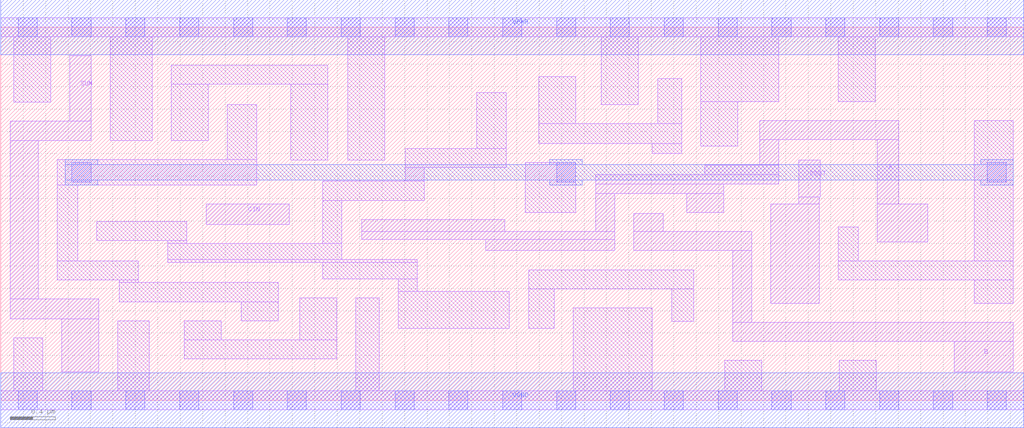
<source format=lef>
# Copyright 2020 The SkyWater PDK Authors
#
# Licensed under the Apache License, Version 2.0 (the "License");
# you may not use this file except in compliance with the License.
# You may obtain a copy of the License at
#
#     https://www.apache.org/licenses/LICENSE-2.0
#
# Unless required by applicable law or agreed to in writing, software
# distributed under the License is distributed on an "AS IS" BASIS,
# WITHOUT WARRANTIES OR CONDITIONS OF ANY KIND, either express or implied.
# See the License for the specific language governing permissions and
# limitations under the License.
#
# SPDX-License-Identifier: Apache-2.0

VERSION 5.7 ;
  NAMESCASESENSITIVE ON ;
  NOWIREEXTENSIONATPIN ON ;
  DIVIDERCHAR "/" ;
  BUSBITCHARS "[]" ;
UNITS
  DATABASE MICRONS 200 ;
END UNITS
MACRO sky130_fd_sc_lp__fa_2
  CLASS CORE ;
  FOREIGN sky130_fd_sc_lp__fa_2 ;
  ORIGIN  0.000000  0.000000 ;
  SIZE  9.120000 BY  3.330000 ;
  SYMMETRY X Y R90 ;
  SITE unit ;
  PIN A
    ANTENNAGATEAREA  0.636000 ;
    DIRECTION INPUT ;
    USE SIGNAL ;
    PORT
      LAYER li1 ;
        RECT 3.220000 1.435000 5.475000 1.505000 ;
        RECT 3.220000 1.505000 4.495000 1.615000 ;
        RECT 4.325000 1.335000 5.475000 1.435000 ;
        RECT 5.305000 1.505000 5.475000 1.845000 ;
        RECT 5.305000 1.845000 6.445000 1.930000 ;
        RECT 5.305000 1.930000 6.935000 2.015000 ;
        RECT 6.115000 1.675000 6.445000 1.845000 ;
        RECT 6.275000 2.015000 6.935000 2.100000 ;
        RECT 6.765000 2.100000 6.935000 2.325000 ;
        RECT 6.765000 2.325000 8.005000 2.495000 ;
        RECT 7.815000 1.415000 8.265000 1.750000 ;
        RECT 7.815000 1.750000 8.005000 2.325000 ;
    END
  END A
  PIN B
    ANTENNAGATEAREA  0.636000 ;
    DIRECTION INPUT ;
    USE SIGNAL ;
    PORT
      LAYER li1 ;
        RECT 5.645000 1.335000 6.695000 1.505000 ;
        RECT 5.645000 1.505000 5.905000 1.665000 ;
        RECT 6.525000 0.525000 9.025000 0.695000 ;
        RECT 6.525000 0.695000 6.695000 1.335000 ;
        RECT 8.500000 0.255000 9.025000 0.525000 ;
    END
  END B
  PIN CIN
    ANTENNAGATEAREA  0.477000 ;
    DIRECTION INPUT ;
    USE SIGNAL ;
    PORT
      LAYER li1 ;
        RECT 1.830000 1.570000 2.570000 1.750000 ;
    END
  END CIN
  PIN COUT
    ANTENNADIFFAREA  0.588000 ;
    DIRECTION OUTPUT ;
    USE SIGNAL ;
    PORT
      LAYER li1 ;
        RECT 6.865000 0.865000 7.295000 1.750000 ;
        RECT 7.115000 1.750000 7.295000 1.815000 ;
        RECT 7.115000 1.815000 7.305000 2.145000 ;
    END
  END COUT
  PIN SUM
    ANTENNADIFFAREA  0.588000 ;
    DIRECTION OUTPUT ;
    USE SIGNAL ;
    PORT
      LAYER li1 ;
        RECT 0.085000 0.725000 0.875000 0.905000 ;
        RECT 0.085000 0.905000 0.335000 2.320000 ;
        RECT 0.085000 2.320000 0.805000 2.490000 ;
        RECT 0.545000 0.255000 0.875000 0.725000 ;
        RECT 0.615000 2.490000 0.805000 3.075000 ;
    END
  END SUM
  PIN VGND
    DIRECTION INOUT ;
    USE GROUND ;
    PORT
      LAYER met1 ;
        RECT 0.000000 -0.245000 9.120000 0.245000 ;
    END
  END VGND
  PIN VPWR
    DIRECTION INOUT ;
    USE POWER ;
    PORT
      LAYER met1 ;
        RECT 0.000000 3.085000 9.120000 3.575000 ;
    END
  END VPWR
  OBS
    LAYER li1 ;
      RECT 0.000000 -0.085000 9.120000 0.085000 ;
      RECT 0.000000  3.245000 9.120000 3.415000 ;
      RECT 0.115000  0.085000 0.375000 0.555000 ;
      RECT 0.115000  2.660000 0.445000 3.245000 ;
      RECT 0.505000  1.075000 1.225000 1.245000 ;
      RECT 0.505000  1.245000 0.685000 1.920000 ;
      RECT 0.505000  1.920000 2.280000 2.150000 ;
      RECT 0.855000  1.425000 1.660000 1.595000 ;
      RECT 0.975000  2.320000 1.350000 3.245000 ;
      RECT 1.045000  0.085000 1.325000 0.710000 ;
      RECT 1.055000  0.880000 2.475000 1.050000 ;
      RECT 1.055000  1.050000 1.225000 1.075000 ;
      RECT 1.490000  1.230000 3.715000 1.255000 ;
      RECT 1.490000  1.255000 3.040000 1.400000 ;
      RECT 1.490000  1.400000 1.660000 1.425000 ;
      RECT 1.520000  2.320000 1.850000 2.820000 ;
      RECT 1.520000  2.820000 2.915000 2.990000 ;
      RECT 1.635000  0.370000 2.995000 0.540000 ;
      RECT 1.635000  0.540000 1.965000 0.710000 ;
      RECT 2.020000  2.150000 2.280000 2.640000 ;
      RECT 2.145000  0.710000 2.475000 0.880000 ;
      RECT 2.585000  2.145000 2.915000 2.820000 ;
      RECT 2.665000  0.540000 2.995000 0.915000 ;
      RECT 2.870000  1.085000 3.715000 1.230000 ;
      RECT 2.870000  1.400000 3.040000 1.785000 ;
      RECT 2.870000  1.785000 3.775000 1.955000 ;
      RECT 3.095000  2.145000 3.425000 3.245000 ;
      RECT 3.165000  0.085000 3.375000 0.915000 ;
      RECT 3.545000  0.640000 4.535000 0.970000 ;
      RECT 3.545000  0.970000 3.715000 1.085000 ;
      RECT 3.605000  1.955000 3.775000 2.075000 ;
      RECT 3.605000  2.075000 4.505000 2.245000 ;
      RECT 4.245000  2.245000 4.505000 2.745000 ;
      RECT 4.675000  1.675000 5.125000 2.120000 ;
      RECT 4.705000  0.640000 4.935000 0.995000 ;
      RECT 4.705000  0.995000 6.180000 1.165000 ;
      RECT 4.795000  2.290000 6.070000 2.470000 ;
      RECT 4.795000  2.470000 5.125000 2.890000 ;
      RECT 5.105000  0.085000 5.810000 0.825000 ;
      RECT 5.355000  2.640000 5.685000 3.245000 ;
      RECT 5.810000  2.200000 6.070000 2.290000 ;
      RECT 5.855000  2.470000 6.070000 2.870000 ;
      RECT 5.980000  0.705000 6.180000 0.995000 ;
      RECT 6.240000  2.270000 6.570000 2.665000 ;
      RECT 6.240000  2.665000 6.935000 3.245000 ;
      RECT 6.455000  0.085000 6.785000 0.355000 ;
      RECT 7.465000  1.075000 9.025000 1.245000 ;
      RECT 7.465000  1.245000 7.645000 1.545000 ;
      RECT 7.465000  2.665000 7.795000 3.245000 ;
      RECT 7.475000  0.085000 7.805000 0.355000 ;
      RECT 8.680000  0.865000 9.025000 1.075000 ;
      RECT 8.680000  1.245000 9.025000 2.495000 ;
    LAYER mcon ;
      RECT 0.155000 -0.085000 0.325000 0.085000 ;
      RECT 0.155000  3.245000 0.325000 3.415000 ;
      RECT 0.635000 -0.085000 0.805000 0.085000 ;
      RECT 0.635000  1.950000 0.805000 2.120000 ;
      RECT 0.635000  3.245000 0.805000 3.415000 ;
      RECT 1.115000 -0.085000 1.285000 0.085000 ;
      RECT 1.115000  3.245000 1.285000 3.415000 ;
      RECT 1.595000 -0.085000 1.765000 0.085000 ;
      RECT 1.595000  3.245000 1.765000 3.415000 ;
      RECT 2.075000 -0.085000 2.245000 0.085000 ;
      RECT 2.075000  3.245000 2.245000 3.415000 ;
      RECT 2.555000 -0.085000 2.725000 0.085000 ;
      RECT 2.555000  3.245000 2.725000 3.415000 ;
      RECT 3.035000 -0.085000 3.205000 0.085000 ;
      RECT 3.035000  3.245000 3.205000 3.415000 ;
      RECT 3.515000 -0.085000 3.685000 0.085000 ;
      RECT 3.515000  3.245000 3.685000 3.415000 ;
      RECT 3.995000 -0.085000 4.165000 0.085000 ;
      RECT 3.995000  3.245000 4.165000 3.415000 ;
      RECT 4.475000 -0.085000 4.645000 0.085000 ;
      RECT 4.475000  3.245000 4.645000 3.415000 ;
      RECT 4.955000 -0.085000 5.125000 0.085000 ;
      RECT 4.955000  1.950000 5.125000 2.120000 ;
      RECT 4.955000  3.245000 5.125000 3.415000 ;
      RECT 5.435000 -0.085000 5.605000 0.085000 ;
      RECT 5.435000  3.245000 5.605000 3.415000 ;
      RECT 5.915000 -0.085000 6.085000 0.085000 ;
      RECT 5.915000  3.245000 6.085000 3.415000 ;
      RECT 6.395000 -0.085000 6.565000 0.085000 ;
      RECT 6.395000  3.245000 6.565000 3.415000 ;
      RECT 6.875000 -0.085000 7.045000 0.085000 ;
      RECT 6.875000  3.245000 7.045000 3.415000 ;
      RECT 7.355000 -0.085000 7.525000 0.085000 ;
      RECT 7.355000  3.245000 7.525000 3.415000 ;
      RECT 7.835000 -0.085000 8.005000 0.085000 ;
      RECT 7.835000  3.245000 8.005000 3.415000 ;
      RECT 8.315000 -0.085000 8.485000 0.085000 ;
      RECT 8.315000  3.245000 8.485000 3.415000 ;
      RECT 8.795000 -0.085000 8.965000 0.085000 ;
      RECT 8.795000  1.950000 8.965000 2.120000 ;
      RECT 8.795000  3.245000 8.965000 3.415000 ;
    LAYER met1 ;
      RECT 0.575000 1.920000 0.865000 1.965000 ;
      RECT 0.575000 1.965000 9.025000 2.105000 ;
      RECT 0.575000 2.105000 0.865000 2.150000 ;
      RECT 4.895000 1.920000 5.185000 1.965000 ;
      RECT 4.895000 2.105000 5.185000 2.150000 ;
      RECT 8.735000 1.920000 9.025000 1.965000 ;
      RECT 8.735000 2.105000 9.025000 2.150000 ;
  END
END sky130_fd_sc_lp__fa_2
END LIBRARY

</source>
